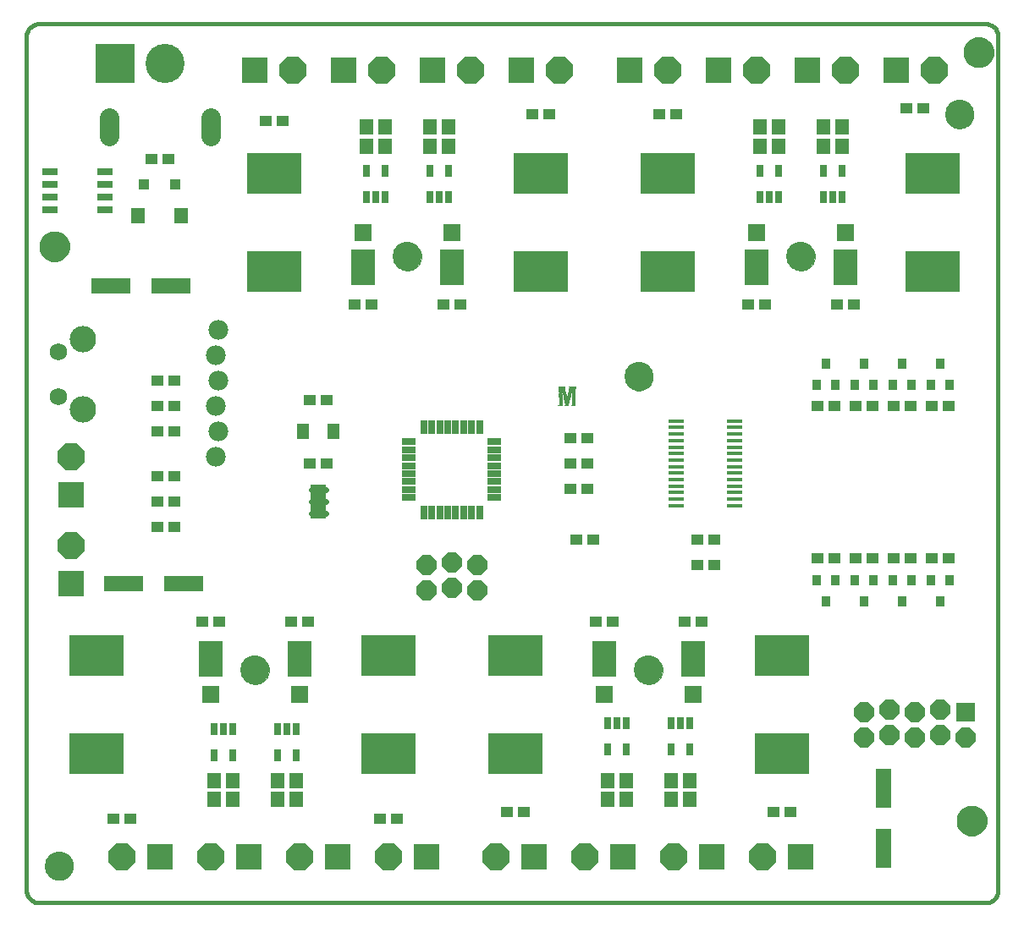
<source format=gts>
G75*
%MOIN*%
%OFA0B0*%
%FSLAX24Y24*%
%IPPOS*%
%LPD*%
%AMOC8*
5,1,8,0,0,1.08239X$1,22.5*
%
%ADD10C,0.0160*%
%ADD11C,0.0000*%
%ADD12C,0.1142*%
%ADD13C,0.0217*%
%ADD14R,0.0604X0.1376*%
%ADD15R,0.0540X0.0260*%
%ADD16R,0.0260X0.0540*%
%ADD17R,0.0473X0.0434*%
%ADD18OC8,0.0780*%
%ADD19C,0.0500*%
%ADD20C,0.0434*%
%ADD21C,0.0780*%
%ADD22R,0.0257X0.0512*%
%ADD23R,0.0552X0.0631*%
%ADD24R,0.2166X0.1615*%
%ADD25R,0.0946X0.1418*%
%ADD26R,0.0650X0.0709*%
%ADD27OC8,0.1040*%
%ADD28R,0.1040X0.1040*%
%ADD29R,0.0780X0.0780*%
%ADD30C,0.0680*%
%ADD31C,0.1040*%
%ADD32R,0.0003X0.0003*%
%ADD33R,0.0029X0.0003*%
%ADD34R,0.0003X0.0003*%
%ADD35R,0.0044X0.0003*%
%ADD36R,0.0148X0.0003*%
%ADD37R,0.0112X0.0003*%
%ADD38R,0.0138X0.0003*%
%ADD39R,0.0159X0.0003*%
%ADD40R,0.0127X0.0003*%
%ADD41R,0.0159X0.0003*%
%ADD42R,0.0122X0.0003*%
%ADD43R,0.0156X0.0003*%
%ADD44R,0.0161X0.0003*%
%ADD45R,0.0161X0.0003*%
%ADD46R,0.0130X0.0003*%
%ADD47R,0.0161X0.0003*%
%ADD48R,0.0133X0.0003*%
%ADD49R,0.0164X0.0003*%
%ADD50R,0.0133X0.0003*%
%ADD51R,0.0135X0.0003*%
%ADD52R,0.0164X0.0003*%
%ADD53R,0.0138X0.0003*%
%ADD54R,0.0143X0.0003*%
%ADD55R,0.0140X0.0003*%
%ADD56R,0.0161X0.0003*%
%ADD57R,0.0164X0.0003*%
%ADD58R,0.0146X0.0003*%
%ADD59R,0.0146X0.0003*%
%ADD60R,0.0148X0.0003*%
%ADD61R,0.0164X0.0003*%
%ADD62R,0.0151X0.0003*%
%ADD63R,0.0153X0.0003*%
%ADD64R,0.0151X0.0003*%
%ADD65R,0.0153X0.0003*%
%ADD66R,0.0153X0.0003*%
%ADD67R,0.0156X0.0003*%
%ADD68R,0.0156X0.0003*%
%ADD69R,0.0166X0.0003*%
%ADD70R,0.0166X0.0003*%
%ADD71R,0.0169X0.0003*%
%ADD72R,0.0172X0.0003*%
%ADD73R,0.0174X0.0003*%
%ADD74R,0.0169X0.0003*%
%ADD75R,0.0179X0.0003*%
%ADD76R,0.0179X0.0003*%
%ADD77R,0.0185X0.0003*%
%ADD78R,0.0182X0.0003*%
%ADD79R,0.0185X0.0003*%
%ADD80R,0.0190X0.0003*%
%ADD81R,0.0192X0.0003*%
%ADD82R,0.0195X0.0003*%
%ADD83R,0.0198X0.0003*%
%ADD84R,0.0200X0.0003*%
%ADD85R,0.0203X0.0003*%
%ADD86R,0.0200X0.0003*%
%ADD87R,0.0203X0.0003*%
%ADD88R,0.0205X0.0003*%
%ADD89R,0.0205X0.0003*%
%ADD90R,0.0208X0.0003*%
%ADD91R,0.0208X0.0003*%
%ADD92R,0.0211X0.0003*%
%ADD93R,0.0213X0.0003*%
%ADD94R,0.0213X0.0003*%
%ADD95R,0.0216X0.0003*%
%ADD96R,0.0216X0.0003*%
%ADD97R,0.0218X0.0003*%
%ADD98R,0.0221X0.0003*%
%ADD99R,0.0221X0.0003*%
%ADD100R,0.0221X0.0003*%
%ADD101R,0.0224X0.0003*%
%ADD102R,0.0226X0.0003*%
%ADD103R,0.0226X0.0003*%
%ADD104R,0.0231X0.0003*%
%ADD105R,0.0229X0.0003*%
%ADD106R,0.0231X0.0003*%
%ADD107R,0.0234X0.0003*%
%ADD108R,0.0237X0.0003*%
%ADD109R,0.0239X0.0003*%
%ADD110R,0.0156X0.0003*%
%ADD111R,0.0242X0.0003*%
%ADD112R,0.0239X0.0003*%
%ADD113R,0.0242X0.0003*%
%ADD114R,0.0244X0.0003*%
%ADD115R,0.0244X0.0003*%
%ADD116R,0.0247X0.0003*%
%ADD117R,0.0250X0.0003*%
%ADD118R,0.0250X0.0003*%
%ADD119R,0.0252X0.0003*%
%ADD120R,0.0153X0.0003*%
%ADD121R,0.0252X0.0003*%
%ADD122R,0.0255X0.0003*%
%ADD123R,0.0255X0.0003*%
%ADD124R,0.0257X0.0003*%
%ADD125R,0.0257X0.0003*%
%ADD126R,0.0260X0.0003*%
%ADD127R,0.0260X0.0003*%
%ADD128R,0.0263X0.0003*%
%ADD129R,0.0265X0.0003*%
%ADD130R,0.0265X0.0003*%
%ADD131R,0.0268X0.0003*%
%ADD132R,0.0133X0.0003*%
%ADD133R,0.0127X0.0003*%
%ADD134R,0.0130X0.0003*%
%ADD135R,0.0127X0.0003*%
%ADD136R,0.0127X0.0003*%
%ADD137R,0.0125X0.0003*%
%ADD138R,0.0125X0.0003*%
%ADD139R,0.0125X0.0003*%
%ADD140R,0.0122X0.0003*%
%ADD141R,0.0125X0.0003*%
%ADD142R,0.0133X0.0003*%
%ADD143R,0.0296X0.0003*%
%ADD144R,0.0296X0.0003*%
%ADD145R,0.0294X0.0003*%
%ADD146R,0.0296X0.0003*%
%ADD147R,0.0294X0.0003*%
%ADD148R,0.0294X0.0003*%
%ADD149R,0.0294X0.0003*%
%ADD150R,0.0291X0.0003*%
%ADD151R,0.0291X0.0003*%
%ADD152R,0.0289X0.0003*%
%ADD153R,0.0289X0.0003*%
%ADD154R,0.0286X0.0003*%
%ADD155R,0.0286X0.0003*%
%ADD156R,0.0286X0.0003*%
%ADD157R,0.0286X0.0003*%
%ADD158R,0.0283X0.0003*%
%ADD159R,0.0283X0.0003*%
%ADD160R,0.0281X0.0003*%
%ADD161R,0.0278X0.0003*%
%ADD162R,0.0281X0.0003*%
%ADD163R,0.0278X0.0003*%
%ADD164R,0.0278X0.0003*%
%ADD165R,0.0276X0.0003*%
%ADD166R,0.0278X0.0003*%
%ADD167R,0.0276X0.0003*%
%ADD168R,0.0273X0.0003*%
%ADD169R,0.0273X0.0003*%
%ADD170R,0.0273X0.0003*%
%ADD171R,0.0273X0.0003*%
%ADD172R,0.0270X0.0003*%
%ADD173R,0.0270X0.0003*%
%ADD174R,0.0268X0.0003*%
%ADD175R,0.0268X0.0003*%
%ADD176R,0.0263X0.0003*%
%ADD177R,0.0263X0.0003*%
%ADD178R,0.0263X0.0003*%
%ADD179R,0.0265X0.0003*%
%ADD180R,0.0255X0.0003*%
%ADD181R,0.0257X0.0003*%
%ADD182R,0.0247X0.0003*%
%ADD183R,0.0244X0.0003*%
%ADD184R,0.0237X0.0003*%
%ADD185R,0.0237X0.0003*%
%ADD186R,0.0003X0.0003*%
%ADD187R,0.0003X0.0003*%
%ADD188R,0.0190X0.0003*%
%ADD189R,0.0620X0.0180*%
%ADD190R,0.0355X0.0394*%
%ADD191R,0.1536X0.0591*%
%ADD192R,0.0591X0.1536*%
%ADD193R,0.0512X0.0591*%
%ADD194R,0.1540X0.1540*%
%ADD195C,0.1540*%
%ADD196R,0.0394X0.0414*%
%ADD197R,0.0640X0.0280*%
%ADD198C,0.0780*%
%ADD199R,0.0540X0.0619*%
D10*
X008367Y005257D02*
X008367Y038903D01*
X008369Y038947D01*
X008375Y038990D01*
X008384Y039032D01*
X008397Y039074D01*
X008414Y039114D01*
X008434Y039153D01*
X008457Y039190D01*
X008484Y039224D01*
X008513Y039257D01*
X008546Y039286D01*
X008580Y039313D01*
X008617Y039336D01*
X008656Y039356D01*
X008696Y039373D01*
X008738Y039386D01*
X008780Y039395D01*
X008823Y039401D01*
X008867Y039403D01*
X046135Y039403D01*
X046179Y039401D01*
X046222Y039395D01*
X046264Y039386D01*
X046306Y039373D01*
X046346Y039356D01*
X046385Y039336D01*
X046422Y039313D01*
X046456Y039286D01*
X046489Y039257D01*
X046518Y039224D01*
X046545Y039190D01*
X046568Y039153D01*
X046588Y039114D01*
X046605Y039074D01*
X046618Y039032D01*
X046627Y038990D01*
X046633Y038947D01*
X046635Y038903D01*
X046635Y005257D01*
X046633Y005213D01*
X046627Y005170D01*
X046618Y005128D01*
X046605Y005086D01*
X046588Y005046D01*
X046568Y005007D01*
X046545Y004970D01*
X046518Y004936D01*
X046489Y004903D01*
X046456Y004874D01*
X046422Y004847D01*
X046385Y004824D01*
X046346Y004804D01*
X046306Y004787D01*
X046264Y004774D01*
X046222Y004765D01*
X046179Y004759D01*
X046135Y004757D01*
X008867Y004757D01*
X008823Y004759D01*
X008780Y004765D01*
X008738Y004774D01*
X008696Y004787D01*
X008656Y004804D01*
X008617Y004824D01*
X008580Y004847D01*
X008546Y004874D01*
X008513Y004903D01*
X008484Y004936D01*
X008457Y004970D01*
X008434Y005007D01*
X008414Y005046D01*
X008397Y005086D01*
X008384Y005128D01*
X008375Y005170D01*
X008369Y005213D01*
X008367Y005257D01*
D11*
X009101Y006212D02*
X009103Y006259D01*
X009109Y006305D01*
X009119Y006351D01*
X009132Y006396D01*
X009150Y006439D01*
X009171Y006481D01*
X009195Y006521D01*
X009223Y006558D01*
X009254Y006593D01*
X009288Y006626D01*
X009324Y006655D01*
X009363Y006681D01*
X009404Y006704D01*
X009447Y006723D01*
X009491Y006739D01*
X009536Y006751D01*
X009582Y006759D01*
X009629Y006763D01*
X009675Y006763D01*
X009722Y006759D01*
X009768Y006751D01*
X009813Y006739D01*
X009857Y006723D01*
X009900Y006704D01*
X009941Y006681D01*
X009980Y006655D01*
X010016Y006626D01*
X010050Y006593D01*
X010081Y006558D01*
X010109Y006521D01*
X010133Y006481D01*
X010154Y006439D01*
X010172Y006396D01*
X010185Y006351D01*
X010195Y006305D01*
X010201Y006259D01*
X010203Y006212D01*
X010201Y006165D01*
X010195Y006119D01*
X010185Y006073D01*
X010172Y006028D01*
X010154Y005985D01*
X010133Y005943D01*
X010109Y005903D01*
X010081Y005866D01*
X010050Y005831D01*
X010016Y005798D01*
X009980Y005769D01*
X009941Y005743D01*
X009900Y005720D01*
X009857Y005701D01*
X009813Y005685D01*
X009768Y005673D01*
X009722Y005665D01*
X009675Y005661D01*
X009629Y005661D01*
X009582Y005665D01*
X009536Y005673D01*
X009491Y005685D01*
X009447Y005701D01*
X009404Y005720D01*
X009363Y005743D01*
X009324Y005769D01*
X009288Y005798D01*
X009254Y005831D01*
X009223Y005866D01*
X009195Y005903D01*
X009171Y005943D01*
X009150Y005985D01*
X009132Y006028D01*
X009119Y006073D01*
X009109Y006119D01*
X009103Y006165D01*
X009101Y006212D01*
X016816Y013932D02*
X016818Y013979D01*
X016824Y014025D01*
X016834Y014071D01*
X016847Y014116D01*
X016865Y014159D01*
X016886Y014201D01*
X016910Y014241D01*
X016938Y014278D01*
X016969Y014313D01*
X017003Y014346D01*
X017039Y014375D01*
X017078Y014401D01*
X017119Y014424D01*
X017162Y014443D01*
X017206Y014459D01*
X017251Y014471D01*
X017297Y014479D01*
X017344Y014483D01*
X017390Y014483D01*
X017437Y014479D01*
X017483Y014471D01*
X017528Y014459D01*
X017572Y014443D01*
X017615Y014424D01*
X017656Y014401D01*
X017695Y014375D01*
X017731Y014346D01*
X017765Y014313D01*
X017796Y014278D01*
X017824Y014241D01*
X017848Y014201D01*
X017869Y014159D01*
X017887Y014116D01*
X017900Y014071D01*
X017910Y014025D01*
X017916Y013979D01*
X017918Y013932D01*
X017916Y013885D01*
X017910Y013839D01*
X017900Y013793D01*
X017887Y013748D01*
X017869Y013705D01*
X017848Y013663D01*
X017824Y013623D01*
X017796Y013586D01*
X017765Y013551D01*
X017731Y013518D01*
X017695Y013489D01*
X017656Y013463D01*
X017615Y013440D01*
X017572Y013421D01*
X017528Y013405D01*
X017483Y013393D01*
X017437Y013385D01*
X017390Y013381D01*
X017344Y013381D01*
X017297Y013385D01*
X017251Y013393D01*
X017206Y013405D01*
X017162Y013421D01*
X017119Y013440D01*
X017078Y013463D01*
X017039Y013489D01*
X017003Y013518D01*
X016969Y013551D01*
X016938Y013586D01*
X016910Y013623D01*
X016886Y013663D01*
X016865Y013705D01*
X016847Y013748D01*
X016834Y013793D01*
X016824Y013839D01*
X016818Y013885D01*
X016816Y013932D01*
X031936Y025502D02*
X031938Y025549D01*
X031944Y025595D01*
X031954Y025641D01*
X031967Y025686D01*
X031985Y025729D01*
X032006Y025771D01*
X032030Y025811D01*
X032058Y025848D01*
X032089Y025883D01*
X032123Y025916D01*
X032159Y025945D01*
X032198Y025971D01*
X032239Y025994D01*
X032282Y026013D01*
X032326Y026029D01*
X032371Y026041D01*
X032417Y026049D01*
X032464Y026053D01*
X032510Y026053D01*
X032557Y026049D01*
X032603Y026041D01*
X032648Y026029D01*
X032692Y026013D01*
X032735Y025994D01*
X032776Y025971D01*
X032815Y025945D01*
X032851Y025916D01*
X032885Y025883D01*
X032916Y025848D01*
X032944Y025811D01*
X032968Y025771D01*
X032989Y025729D01*
X033007Y025686D01*
X033020Y025641D01*
X033030Y025595D01*
X033036Y025549D01*
X033038Y025502D01*
X033036Y025455D01*
X033030Y025409D01*
X033020Y025363D01*
X033007Y025318D01*
X032989Y025275D01*
X032968Y025233D01*
X032944Y025193D01*
X032916Y025156D01*
X032885Y025121D01*
X032851Y025088D01*
X032815Y025059D01*
X032776Y025033D01*
X032735Y025010D01*
X032692Y024991D01*
X032648Y024975D01*
X032603Y024963D01*
X032557Y024955D01*
X032510Y024951D01*
X032464Y024951D01*
X032417Y024955D01*
X032371Y024963D01*
X032326Y024975D01*
X032282Y024991D01*
X032239Y025010D01*
X032198Y025033D01*
X032159Y025059D01*
X032123Y025088D01*
X032089Y025121D01*
X032058Y025156D01*
X032030Y025193D01*
X032006Y025233D01*
X031985Y025275D01*
X031967Y025318D01*
X031954Y025363D01*
X031944Y025409D01*
X031938Y025455D01*
X031936Y025502D01*
X038316Y030232D02*
X038318Y030279D01*
X038324Y030325D01*
X038334Y030371D01*
X038347Y030416D01*
X038365Y030459D01*
X038386Y030501D01*
X038410Y030541D01*
X038438Y030578D01*
X038469Y030613D01*
X038503Y030646D01*
X038539Y030675D01*
X038578Y030701D01*
X038619Y030724D01*
X038662Y030743D01*
X038706Y030759D01*
X038751Y030771D01*
X038797Y030779D01*
X038844Y030783D01*
X038890Y030783D01*
X038937Y030779D01*
X038983Y030771D01*
X039028Y030759D01*
X039072Y030743D01*
X039115Y030724D01*
X039156Y030701D01*
X039195Y030675D01*
X039231Y030646D01*
X039265Y030613D01*
X039296Y030578D01*
X039324Y030541D01*
X039348Y030501D01*
X039369Y030459D01*
X039387Y030416D01*
X039400Y030371D01*
X039410Y030325D01*
X039416Y030279D01*
X039418Y030232D01*
X039416Y030185D01*
X039410Y030139D01*
X039400Y030093D01*
X039387Y030048D01*
X039369Y030005D01*
X039348Y029963D01*
X039324Y029923D01*
X039296Y029886D01*
X039265Y029851D01*
X039231Y029818D01*
X039195Y029789D01*
X039156Y029763D01*
X039115Y029740D01*
X039072Y029721D01*
X039028Y029705D01*
X038983Y029693D01*
X038937Y029685D01*
X038890Y029681D01*
X038844Y029681D01*
X038797Y029685D01*
X038751Y029693D01*
X038706Y029705D01*
X038662Y029721D01*
X038619Y029740D01*
X038578Y029763D01*
X038539Y029789D01*
X038503Y029818D01*
X038469Y029851D01*
X038438Y029886D01*
X038410Y029923D01*
X038386Y029963D01*
X038365Y030005D01*
X038347Y030048D01*
X038334Y030093D01*
X038324Y030139D01*
X038318Y030185D01*
X038316Y030232D01*
X044566Y035832D02*
X044568Y035879D01*
X044574Y035925D01*
X044584Y035971D01*
X044597Y036016D01*
X044615Y036059D01*
X044636Y036101D01*
X044660Y036141D01*
X044688Y036178D01*
X044719Y036213D01*
X044753Y036246D01*
X044789Y036275D01*
X044828Y036301D01*
X044869Y036324D01*
X044912Y036343D01*
X044956Y036359D01*
X045001Y036371D01*
X045047Y036379D01*
X045094Y036383D01*
X045140Y036383D01*
X045187Y036379D01*
X045233Y036371D01*
X045278Y036359D01*
X045322Y036343D01*
X045365Y036324D01*
X045406Y036301D01*
X045445Y036275D01*
X045481Y036246D01*
X045515Y036213D01*
X045546Y036178D01*
X045574Y036141D01*
X045598Y036101D01*
X045619Y036059D01*
X045637Y036016D01*
X045650Y035971D01*
X045660Y035925D01*
X045666Y035879D01*
X045668Y035832D01*
X045666Y035785D01*
X045660Y035739D01*
X045650Y035693D01*
X045637Y035648D01*
X045619Y035605D01*
X045598Y035563D01*
X045574Y035523D01*
X045546Y035486D01*
X045515Y035451D01*
X045481Y035418D01*
X045445Y035389D01*
X045406Y035363D01*
X045365Y035340D01*
X045322Y035321D01*
X045278Y035305D01*
X045233Y035293D01*
X045187Y035285D01*
X045140Y035281D01*
X045094Y035281D01*
X045047Y035285D01*
X045001Y035293D01*
X044956Y035305D01*
X044912Y035321D01*
X044869Y035340D01*
X044828Y035363D01*
X044789Y035389D01*
X044753Y035418D01*
X044719Y035451D01*
X044688Y035486D01*
X044660Y035523D01*
X044636Y035563D01*
X044615Y035605D01*
X044597Y035648D01*
X044584Y035693D01*
X044574Y035739D01*
X044568Y035785D01*
X044566Y035832D01*
X022816Y030232D02*
X022818Y030279D01*
X022824Y030325D01*
X022834Y030371D01*
X022847Y030416D01*
X022865Y030459D01*
X022886Y030501D01*
X022910Y030541D01*
X022938Y030578D01*
X022969Y030613D01*
X023003Y030646D01*
X023039Y030675D01*
X023078Y030701D01*
X023119Y030724D01*
X023162Y030743D01*
X023206Y030759D01*
X023251Y030771D01*
X023297Y030779D01*
X023344Y030783D01*
X023390Y030783D01*
X023437Y030779D01*
X023483Y030771D01*
X023528Y030759D01*
X023572Y030743D01*
X023615Y030724D01*
X023656Y030701D01*
X023695Y030675D01*
X023731Y030646D01*
X023765Y030613D01*
X023796Y030578D01*
X023824Y030541D01*
X023848Y030501D01*
X023869Y030459D01*
X023887Y030416D01*
X023900Y030371D01*
X023910Y030325D01*
X023916Y030279D01*
X023918Y030232D01*
X023916Y030185D01*
X023910Y030139D01*
X023900Y030093D01*
X023887Y030048D01*
X023869Y030005D01*
X023848Y029963D01*
X023824Y029923D01*
X023796Y029886D01*
X023765Y029851D01*
X023731Y029818D01*
X023695Y029789D01*
X023656Y029763D01*
X023615Y029740D01*
X023572Y029721D01*
X023528Y029705D01*
X023483Y029693D01*
X023437Y029685D01*
X023390Y029681D01*
X023344Y029681D01*
X023297Y029685D01*
X023251Y029693D01*
X023206Y029705D01*
X023162Y029721D01*
X023119Y029740D01*
X023078Y029763D01*
X023039Y029789D01*
X023003Y029818D01*
X022969Y029851D01*
X022938Y029886D01*
X022910Y029923D01*
X022886Y029963D01*
X022865Y030005D01*
X022847Y030048D01*
X022834Y030093D01*
X022824Y030139D01*
X022818Y030185D01*
X022816Y030232D01*
X032316Y013932D02*
X032318Y013979D01*
X032324Y014025D01*
X032334Y014071D01*
X032347Y014116D01*
X032365Y014159D01*
X032386Y014201D01*
X032410Y014241D01*
X032438Y014278D01*
X032469Y014313D01*
X032503Y014346D01*
X032539Y014375D01*
X032578Y014401D01*
X032619Y014424D01*
X032662Y014443D01*
X032706Y014459D01*
X032751Y014471D01*
X032797Y014479D01*
X032844Y014483D01*
X032890Y014483D01*
X032937Y014479D01*
X032983Y014471D01*
X033028Y014459D01*
X033072Y014443D01*
X033115Y014424D01*
X033156Y014401D01*
X033195Y014375D01*
X033231Y014346D01*
X033265Y014313D01*
X033296Y014278D01*
X033324Y014241D01*
X033348Y014201D01*
X033369Y014159D01*
X033387Y014116D01*
X033400Y014071D01*
X033410Y014025D01*
X033416Y013979D01*
X033418Y013932D01*
X033416Y013885D01*
X033410Y013839D01*
X033400Y013793D01*
X033387Y013748D01*
X033369Y013705D01*
X033348Y013663D01*
X033324Y013623D01*
X033296Y013586D01*
X033265Y013551D01*
X033231Y013518D01*
X033195Y013489D01*
X033156Y013463D01*
X033115Y013440D01*
X033072Y013421D01*
X033028Y013405D01*
X032983Y013393D01*
X032937Y013385D01*
X032890Y013381D01*
X032844Y013381D01*
X032797Y013385D01*
X032751Y013393D01*
X032706Y013405D01*
X032662Y013421D01*
X032619Y013440D01*
X032578Y013463D01*
X032539Y013489D01*
X032503Y013518D01*
X032469Y013551D01*
X032438Y013586D01*
X032410Y013623D01*
X032386Y013663D01*
X032365Y013705D01*
X032347Y013748D01*
X032334Y013793D01*
X032324Y013839D01*
X032318Y013885D01*
X032316Y013932D01*
D12*
X032867Y013932D03*
X032487Y025502D03*
X038867Y030232D03*
X045117Y035832D03*
X023367Y030232D03*
X017367Y013932D03*
X009652Y006212D03*
D13*
X019580Y020109D02*
X019580Y020109D01*
X020154Y020109D01*
X020154Y020109D01*
X019580Y020109D01*
X019580Y020582D02*
X019580Y020582D01*
X020154Y020582D01*
X020154Y020582D01*
X019580Y020582D01*
X019580Y021054D02*
X019580Y021054D01*
X020154Y021054D01*
X020154Y021054D01*
X019580Y021054D01*
D14*
X019866Y020583D03*
D15*
X023427Y020729D03*
X023427Y021044D03*
X023427Y021359D03*
X023427Y021674D03*
X023427Y021989D03*
X023427Y022304D03*
X023427Y022619D03*
X023427Y022934D03*
X026807Y022934D03*
X026807Y022619D03*
X026807Y022304D03*
X026807Y021989D03*
X026807Y021674D03*
X026807Y021359D03*
X026807Y021044D03*
X026807Y020729D03*
D16*
X026219Y020142D03*
X025904Y020142D03*
X025589Y020142D03*
X025274Y020142D03*
X024959Y020142D03*
X024644Y020142D03*
X024329Y020142D03*
X024015Y020142D03*
X024015Y023522D03*
X024329Y023522D03*
X024644Y023522D03*
X024959Y023522D03*
X025274Y023522D03*
X025589Y023522D03*
X025904Y023522D03*
X026219Y023522D03*
D17*
X029782Y023082D03*
X030452Y023082D03*
X030452Y022082D03*
X029782Y022082D03*
X029782Y021082D03*
X030452Y021082D03*
X030702Y019082D03*
X030032Y019082D03*
X030782Y015832D03*
X031452Y015832D03*
X034282Y015832D03*
X034952Y015832D03*
X034782Y018082D03*
X035452Y018082D03*
X035452Y019082D03*
X034782Y019082D03*
X039532Y018332D03*
X040202Y018332D03*
X041032Y018332D03*
X041702Y018332D03*
X042532Y018332D03*
X043202Y018332D03*
X044032Y018332D03*
X044702Y018332D03*
X044702Y024332D03*
X044032Y024332D03*
X043202Y024332D03*
X042532Y024332D03*
X041702Y024332D03*
X041032Y024332D03*
X040202Y024332D03*
X039532Y024332D03*
X040282Y028332D03*
X040952Y028332D03*
X037452Y028332D03*
X036782Y028332D03*
X033952Y035832D03*
X033282Y035832D03*
X028952Y035832D03*
X028282Y035832D03*
X025452Y028332D03*
X024782Y028332D03*
X021952Y028332D03*
X021282Y028332D03*
X020202Y024582D03*
X019532Y024582D03*
X019532Y022082D03*
X020202Y022082D03*
X014202Y021582D03*
X013532Y021582D03*
X013532Y020582D03*
X014202Y020582D03*
X014202Y019582D03*
X013532Y019582D03*
X013532Y023332D03*
X014202Y023332D03*
X014202Y024332D03*
X013532Y024332D03*
X013532Y025332D03*
X014202Y025332D03*
X013952Y034082D03*
X013282Y034082D03*
X017782Y035582D03*
X018452Y035582D03*
X018782Y015832D03*
X019452Y015832D03*
X015952Y015832D03*
X015282Y015832D03*
X012452Y008082D03*
X011782Y008082D03*
X022282Y008082D03*
X022952Y008082D03*
X027282Y008332D03*
X027952Y008332D03*
X037782Y008332D03*
X038452Y008332D03*
X043032Y036082D03*
X043702Y036082D03*
D18*
X025117Y018182D03*
X026117Y018082D03*
X026117Y017082D03*
X025117Y017182D03*
X024117Y017082D03*
X024117Y018082D03*
X041367Y012282D03*
X041367Y011282D03*
X042367Y011382D03*
X043367Y011282D03*
X043367Y012282D03*
X044367Y012382D03*
X044367Y011382D03*
X045367Y011282D03*
X042367Y012382D03*
D19*
X045243Y007999D02*
X045245Y008036D01*
X045251Y008073D01*
X045260Y008108D01*
X045274Y008143D01*
X045290Y008176D01*
X045311Y008207D01*
X045334Y008236D01*
X045360Y008262D01*
X045389Y008285D01*
X045420Y008306D01*
X045453Y008322D01*
X045488Y008336D01*
X045523Y008345D01*
X045560Y008351D01*
X045597Y008353D01*
X045634Y008351D01*
X045671Y008345D01*
X045706Y008336D01*
X045741Y008322D01*
X045774Y008306D01*
X045805Y008285D01*
X045834Y008262D01*
X045860Y008236D01*
X045883Y008207D01*
X045904Y008176D01*
X045920Y008143D01*
X045934Y008108D01*
X045943Y008073D01*
X045949Y008036D01*
X045951Y007999D01*
X045949Y007962D01*
X045943Y007925D01*
X045934Y007890D01*
X045920Y007855D01*
X045904Y007822D01*
X045883Y007791D01*
X045860Y007762D01*
X045834Y007736D01*
X045805Y007713D01*
X045774Y007692D01*
X045741Y007676D01*
X045706Y007662D01*
X045671Y007653D01*
X045634Y007647D01*
X045597Y007645D01*
X045560Y007647D01*
X045523Y007653D01*
X045488Y007662D01*
X045453Y007676D01*
X045420Y007692D01*
X045389Y007713D01*
X045360Y007736D01*
X045334Y007762D01*
X045311Y007791D01*
X045290Y007822D01*
X045274Y007855D01*
X045260Y007890D01*
X045251Y007925D01*
X045245Y007962D01*
X045243Y007999D01*
X045513Y038282D02*
X045515Y038319D01*
X045521Y038356D01*
X045530Y038391D01*
X045544Y038426D01*
X045560Y038459D01*
X045581Y038490D01*
X045604Y038519D01*
X045630Y038545D01*
X045659Y038568D01*
X045690Y038589D01*
X045723Y038605D01*
X045758Y038619D01*
X045793Y038628D01*
X045830Y038634D01*
X045867Y038636D01*
X045904Y038634D01*
X045941Y038628D01*
X045976Y038619D01*
X046011Y038605D01*
X046044Y038589D01*
X046075Y038568D01*
X046104Y038545D01*
X046130Y038519D01*
X046153Y038490D01*
X046174Y038459D01*
X046190Y038426D01*
X046204Y038391D01*
X046213Y038356D01*
X046219Y038319D01*
X046221Y038282D01*
X046219Y038245D01*
X046213Y038208D01*
X046204Y038173D01*
X046190Y038138D01*
X046174Y038105D01*
X046153Y038074D01*
X046130Y038045D01*
X046104Y038019D01*
X046075Y037996D01*
X046044Y037975D01*
X046011Y037959D01*
X045976Y037945D01*
X045941Y037936D01*
X045904Y037930D01*
X045867Y037928D01*
X045830Y037930D01*
X045793Y037936D01*
X045758Y037945D01*
X045723Y037959D01*
X045690Y037975D01*
X045659Y037996D01*
X045630Y038019D01*
X045604Y038045D01*
X045581Y038074D01*
X045560Y038105D01*
X045544Y038138D01*
X045530Y038173D01*
X045521Y038208D01*
X045515Y038245D01*
X045513Y038282D01*
X009113Y030632D02*
X009115Y030669D01*
X009121Y030706D01*
X009130Y030741D01*
X009144Y030776D01*
X009160Y030809D01*
X009181Y030840D01*
X009204Y030869D01*
X009230Y030895D01*
X009259Y030918D01*
X009290Y030939D01*
X009323Y030955D01*
X009358Y030969D01*
X009393Y030978D01*
X009430Y030984D01*
X009467Y030986D01*
X009504Y030984D01*
X009541Y030978D01*
X009576Y030969D01*
X009611Y030955D01*
X009644Y030939D01*
X009675Y030918D01*
X009704Y030895D01*
X009730Y030869D01*
X009753Y030840D01*
X009774Y030809D01*
X009790Y030776D01*
X009804Y030741D01*
X009813Y030706D01*
X009819Y030669D01*
X009821Y030632D01*
X009819Y030595D01*
X009813Y030558D01*
X009804Y030523D01*
X009790Y030488D01*
X009774Y030455D01*
X009753Y030424D01*
X009730Y030395D01*
X009704Y030369D01*
X009675Y030346D01*
X009644Y030325D01*
X009611Y030309D01*
X009576Y030295D01*
X009541Y030286D01*
X009504Y030280D01*
X009467Y030278D01*
X009430Y030280D01*
X009393Y030286D01*
X009358Y030295D01*
X009323Y030309D01*
X009290Y030325D01*
X009259Y030346D01*
X009230Y030369D01*
X009204Y030395D01*
X009181Y030424D01*
X009160Y030455D01*
X009144Y030488D01*
X009130Y030523D01*
X009121Y030558D01*
X009115Y030595D01*
X009113Y030632D01*
D20*
X009467Y030632D03*
X045597Y007999D03*
X045867Y038282D03*
D21*
X015917Y027332D03*
X015817Y026332D03*
X015917Y025332D03*
X015817Y024332D03*
X015917Y023332D03*
X015817Y022332D03*
D22*
X021743Y032570D03*
X022117Y032570D03*
X022491Y032570D03*
X022491Y033594D03*
X021743Y033594D03*
X024243Y033594D03*
X024991Y033594D03*
X024991Y032570D03*
X024617Y032570D03*
X024243Y032570D03*
X037243Y032570D03*
X037617Y032570D03*
X037991Y032570D03*
X037991Y033594D03*
X037243Y033594D03*
X039743Y033594D03*
X040491Y033594D03*
X040491Y032570D03*
X040117Y032570D03*
X039743Y032570D03*
X034491Y011844D03*
X034117Y011844D03*
X033743Y011844D03*
X033743Y010820D03*
X034491Y010820D03*
X031991Y010820D03*
X031243Y010820D03*
X031243Y011844D03*
X031617Y011844D03*
X031991Y011844D03*
X018991Y011594D03*
X018617Y011594D03*
X018243Y011594D03*
X018243Y010570D03*
X018991Y010570D03*
X016491Y010570D03*
X015743Y010570D03*
X015743Y011594D03*
X016117Y011594D03*
X016491Y011594D03*
D23*
X016491Y009582D03*
X015743Y009582D03*
X015743Y008832D03*
X016491Y008832D03*
X018243Y008832D03*
X018991Y008832D03*
X018991Y009582D03*
X018243Y009582D03*
X031243Y009582D03*
X031991Y009582D03*
X031991Y008832D03*
X031243Y008832D03*
X033743Y008832D03*
X034491Y008832D03*
X034491Y009582D03*
X033743Y009582D03*
X037243Y034582D03*
X037991Y034582D03*
X037991Y035332D03*
X037243Y035332D03*
X039743Y035332D03*
X040491Y035332D03*
X040491Y034582D03*
X039743Y034582D03*
X024991Y034582D03*
X024243Y034582D03*
X024243Y035332D03*
X024991Y035332D03*
X022491Y035332D03*
X021743Y035332D03*
X021743Y034582D03*
X022491Y034582D03*
D24*
X018117Y033511D03*
X018117Y029653D03*
X028617Y029653D03*
X028617Y033511D03*
X033617Y033511D03*
X033617Y029653D03*
X044067Y029653D03*
X044067Y033511D03*
X038117Y014511D03*
X038117Y010653D03*
X027617Y010653D03*
X027617Y014511D03*
X022617Y014511D03*
X022617Y010653D03*
X011117Y010653D03*
X011117Y014511D03*
D25*
X015617Y014363D03*
X019117Y014363D03*
X031117Y014363D03*
X034617Y014363D03*
X037117Y029800D03*
X040617Y029800D03*
X025117Y029800D03*
X021617Y029800D03*
D26*
X021617Y031178D03*
X025117Y031178D03*
X037117Y031178D03*
X040617Y031178D03*
X034617Y012985D03*
X031117Y012985D03*
X019117Y012985D03*
X015617Y012985D03*
D27*
X010117Y018832D03*
X010117Y022332D03*
X018867Y037582D03*
X022367Y037582D03*
X025867Y037582D03*
X029367Y037582D03*
X033617Y037582D03*
X037117Y037582D03*
X040617Y037582D03*
X044117Y037582D03*
X037367Y006582D03*
X033867Y006582D03*
X030367Y006582D03*
X026867Y006582D03*
X022617Y006582D03*
X019117Y006582D03*
X015617Y006582D03*
X012117Y006582D03*
D28*
X013617Y006582D03*
X017117Y006582D03*
X020617Y006582D03*
X024117Y006582D03*
X028367Y006582D03*
X031867Y006582D03*
X035367Y006582D03*
X038867Y006582D03*
X010117Y017332D03*
X010117Y020832D03*
X017367Y037582D03*
X020867Y037582D03*
X024367Y037582D03*
X027867Y037582D03*
X032117Y037582D03*
X035617Y037582D03*
X039117Y037582D03*
X042617Y037582D03*
D29*
X045367Y012282D03*
D30*
X009627Y024692D03*
X009627Y026472D03*
D31*
X010607Y026962D03*
X010607Y024202D03*
D32*
X029337Y024337D03*
X029350Y024334D03*
X029386Y024334D03*
X029391Y024334D03*
X029448Y024334D03*
X029459Y024334D03*
X029464Y024334D03*
X029469Y024334D03*
X029474Y024334D03*
X029480Y024334D03*
X029607Y024337D03*
X029625Y024334D03*
X029636Y024334D03*
X029641Y024334D03*
X029646Y024334D03*
X029651Y024334D03*
X029662Y024334D03*
X029672Y024334D03*
X029682Y024334D03*
X029688Y024334D03*
X029693Y024334D03*
X029698Y024334D03*
X029708Y024334D03*
X029719Y024334D03*
X029724Y024334D03*
X029864Y024334D03*
X029870Y024334D03*
X029875Y024334D03*
X029885Y024334D03*
X029896Y024334D03*
X029901Y024334D03*
X029906Y024334D03*
X029911Y024334D03*
X029922Y024334D03*
X029932Y024334D03*
X029942Y024334D03*
X029948Y024334D03*
X029953Y024334D03*
X029958Y024334D03*
X029968Y024334D03*
X029979Y024334D03*
X029984Y024334D03*
X029997Y024337D03*
X029968Y025078D03*
X029849Y025078D03*
X029838Y025078D03*
X029828Y025078D03*
X029823Y025078D03*
X029818Y025078D03*
X029812Y025078D03*
X029766Y025073D03*
X029532Y025078D03*
X029521Y025078D03*
X029516Y025078D03*
X029511Y025078D03*
X029506Y025078D03*
D33*
X029368Y024334D03*
D34*
X029396Y024334D03*
X029454Y024334D03*
X029612Y024337D03*
X029630Y024334D03*
X029656Y024334D03*
X029667Y024334D03*
X029677Y024334D03*
X029703Y024334D03*
X029714Y024334D03*
X029851Y024337D03*
X029880Y024334D03*
X029890Y024334D03*
X029916Y024334D03*
X029927Y024334D03*
X029937Y024334D03*
X029963Y024334D03*
X029974Y024334D03*
X029844Y025078D03*
X029833Y025078D03*
X029807Y025078D03*
X029537Y025078D03*
X029526Y025078D03*
X029500Y025078D03*
D35*
X029422Y024334D03*
D36*
X029415Y024337D03*
X029669Y024384D03*
X029669Y024389D03*
D37*
X029672Y024337D03*
D38*
X029669Y024363D03*
X029924Y024337D03*
D39*
X029922Y024339D03*
X029924Y024456D03*
X029924Y024467D03*
X029924Y024477D03*
X029924Y024482D03*
X029924Y024488D03*
X029924Y024493D03*
X029924Y024503D03*
X029924Y024514D03*
X029924Y024519D03*
X029924Y024524D03*
X029924Y024529D03*
X029924Y024534D03*
X029924Y024540D03*
X029924Y024550D03*
X029924Y024560D03*
X029924Y024566D03*
X029927Y024568D03*
X029924Y024571D03*
X029927Y024579D03*
X029927Y024584D03*
X029927Y024589D03*
X029927Y024594D03*
X029927Y024599D03*
X029927Y024605D03*
X029927Y024615D03*
X029927Y024625D03*
X029927Y024631D03*
X029927Y024636D03*
X029927Y024641D03*
X029927Y024651D03*
X029927Y024662D03*
X029669Y024420D03*
X029669Y024410D03*
X029415Y024410D03*
X029415Y024404D03*
X029415Y024399D03*
X029415Y024394D03*
X029415Y024389D03*
X029415Y024384D03*
X029415Y024373D03*
X029415Y024363D03*
X029415Y024358D03*
X029415Y024352D03*
X029415Y024347D03*
X029415Y024339D03*
X029415Y024420D03*
X029415Y024430D03*
X029415Y024436D03*
X029415Y024441D03*
X029415Y024446D03*
X029415Y024456D03*
X029415Y024467D03*
X029415Y024477D03*
X029415Y024482D03*
X029412Y024485D03*
X029415Y024488D03*
X029415Y024493D03*
X029415Y024503D03*
X029415Y024514D03*
X029415Y024519D03*
X029415Y024524D03*
X029415Y024529D03*
X029415Y024534D03*
X029412Y024568D03*
X029412Y024571D03*
X029412Y024576D03*
X029412Y024579D03*
X029412Y024584D03*
X029412Y024586D03*
X029412Y024589D03*
X029412Y024594D03*
X029412Y024599D03*
X029412Y024605D03*
X029412Y024615D03*
X029412Y024625D03*
X029412Y024631D03*
X029412Y024633D03*
X029412Y024636D03*
X029412Y024641D03*
X029412Y024649D03*
X029412Y024651D03*
X029412Y024654D03*
X029412Y024662D03*
D40*
X029591Y024701D03*
X029591Y024706D03*
X029584Y024745D03*
X029584Y024748D03*
X029750Y024729D03*
X029750Y024724D03*
X029750Y024719D03*
X029742Y024690D03*
X029742Y024683D03*
X029742Y024680D03*
X029760Y024771D03*
X029768Y024800D03*
X029667Y024345D03*
X029667Y024339D03*
D41*
X029669Y024415D03*
X029415Y024415D03*
X029415Y024425D03*
X029415Y024451D03*
X029415Y024462D03*
X029415Y024472D03*
X029412Y024480D03*
X029412Y024490D03*
X029415Y024498D03*
X029415Y024508D03*
X029412Y024563D03*
X029412Y024573D03*
X029412Y024581D03*
X029412Y024610D03*
X029412Y024620D03*
X029412Y024628D03*
X029412Y024638D03*
X029412Y024646D03*
X029412Y024657D03*
X029412Y024667D03*
X029415Y024378D03*
X029415Y024368D03*
X029415Y024342D03*
X029924Y024451D03*
X029924Y024462D03*
X029924Y024472D03*
X029924Y024498D03*
X029924Y024508D03*
X029924Y024545D03*
X029924Y024555D03*
X029927Y024563D03*
X029927Y024573D03*
X029927Y024610D03*
X029927Y024620D03*
X029927Y024646D03*
X029927Y024657D03*
X029927Y024667D03*
D42*
X029667Y024342D03*
D43*
X029923Y024342D03*
X029411Y024592D03*
X029411Y024602D03*
X029411Y024675D03*
X029411Y024685D03*
X029411Y024722D03*
X029411Y024732D03*
X029411Y024758D03*
D44*
X029413Y024644D03*
X029413Y024566D03*
X029413Y024560D03*
X029413Y024558D03*
X029413Y024553D03*
X029413Y024550D03*
X029413Y024547D03*
X029413Y024542D03*
X029413Y024540D03*
X029413Y024501D03*
X029413Y024495D03*
X029413Y024475D03*
X029413Y024469D03*
X029416Y024371D03*
X029416Y024365D03*
X029416Y024355D03*
X029416Y024345D03*
X029668Y024412D03*
X029668Y024417D03*
X029926Y024532D03*
X029926Y024542D03*
X029926Y024547D03*
X029926Y024553D03*
X029926Y024558D03*
D45*
X029923Y024446D03*
X029923Y024441D03*
X029923Y024436D03*
X029923Y024430D03*
X029923Y024420D03*
X029923Y024410D03*
X029923Y024404D03*
X029923Y024399D03*
X029923Y024394D03*
X029923Y024389D03*
X029923Y024384D03*
X029923Y024373D03*
X029923Y024363D03*
X029923Y024358D03*
X029923Y024352D03*
X029923Y024347D03*
X029923Y024345D03*
D46*
X029668Y024347D03*
X029738Y024672D03*
X029744Y024688D03*
X029746Y024709D03*
X029749Y024714D03*
X029772Y024813D03*
X029577Y024781D03*
X029577Y024774D03*
X029580Y024766D03*
X029582Y024755D03*
X029585Y024735D03*
X029588Y024729D03*
X029590Y024709D03*
X029595Y024683D03*
X029598Y024677D03*
X029575Y024792D03*
X029575Y024794D03*
X029572Y024802D03*
X029569Y024813D03*
X029567Y024818D03*
X029567Y024820D03*
D47*
X029413Y024555D03*
X029413Y024545D03*
X029416Y024360D03*
X029416Y024350D03*
X029668Y024425D03*
X029926Y024527D03*
X029926Y024537D03*
D48*
X029669Y024350D03*
X029568Y024815D03*
X029773Y024823D03*
D49*
X029924Y024516D03*
X029924Y024490D03*
X029924Y024480D03*
X029924Y024443D03*
X029924Y024433D03*
X029924Y024407D03*
X029924Y024397D03*
X029924Y024386D03*
X029924Y024360D03*
X029924Y024350D03*
D50*
X029667Y024352D03*
X029768Y024802D03*
D51*
X029777Y024828D03*
X029564Y024828D03*
X029668Y024358D03*
X029668Y024355D03*
D52*
X029669Y024423D03*
X029669Y024428D03*
X029924Y024428D03*
X029924Y024423D03*
X029924Y024417D03*
X029924Y024412D03*
X029924Y024402D03*
X029924Y024391D03*
X029924Y024381D03*
X029924Y024376D03*
X029924Y024371D03*
X029924Y024365D03*
X029924Y024355D03*
X029924Y024438D03*
X029924Y024449D03*
X029924Y024454D03*
X029924Y024459D03*
X029924Y024464D03*
X029924Y024469D03*
X029924Y024475D03*
X029924Y024485D03*
X029924Y024495D03*
X029924Y024501D03*
X029924Y024506D03*
X029924Y024511D03*
X029924Y024521D03*
D53*
X029667Y024360D03*
D54*
X029669Y024365D03*
X029669Y024371D03*
X029667Y024373D03*
D55*
X029668Y024368D03*
D56*
X029923Y024368D03*
X029923Y024378D03*
X029923Y024415D03*
X029923Y024425D03*
D57*
X029415Y024423D03*
X029415Y024428D03*
X029415Y024438D03*
X029415Y024449D03*
X029415Y024454D03*
X029415Y024459D03*
X029415Y024464D03*
X029415Y024506D03*
X029415Y024511D03*
X029415Y024521D03*
X029415Y024532D03*
X029415Y024417D03*
X029415Y024412D03*
X029415Y024402D03*
X029415Y024391D03*
X029415Y024381D03*
X029415Y024376D03*
D58*
X029668Y024376D03*
D59*
X029668Y024378D03*
D60*
X029667Y024381D03*
D61*
X029415Y024386D03*
X029415Y024397D03*
X029415Y024407D03*
X029415Y024433D03*
X029415Y024443D03*
X029415Y024516D03*
X029415Y024527D03*
X029415Y024537D03*
D62*
X029408Y024805D03*
X029408Y024815D03*
X029668Y024386D03*
D63*
X029669Y024391D03*
X029409Y024683D03*
X029409Y024688D03*
X029409Y024690D03*
X029409Y024696D03*
X029409Y024698D03*
X029409Y024701D03*
X029409Y024706D03*
X029409Y024709D03*
X029409Y024714D03*
X029409Y024716D03*
X029409Y024719D03*
X029409Y024724D03*
X029409Y024729D03*
X029409Y024735D03*
X029409Y024745D03*
X029409Y024755D03*
X029409Y024761D03*
X029409Y024766D03*
X029409Y024771D03*
X029409Y024774D03*
X029409Y024779D03*
X029409Y024781D03*
X029409Y024792D03*
X029409Y024802D03*
X029409Y024807D03*
X029409Y024813D03*
X029409Y024818D03*
X029409Y024820D03*
X029929Y024802D03*
X029929Y024792D03*
X029929Y024781D03*
X029929Y024771D03*
X029929Y024766D03*
X029929Y024761D03*
X029929Y024755D03*
X029929Y024745D03*
X029929Y024735D03*
X029929Y024729D03*
X029929Y024724D03*
D64*
X029668Y024394D03*
X029408Y024784D03*
X029408Y024789D03*
X029408Y024794D03*
X029408Y024800D03*
X029408Y024810D03*
D65*
X029409Y024797D03*
X029409Y024787D03*
X029409Y024776D03*
X029409Y024768D03*
X029409Y024750D03*
X029409Y024740D03*
X029409Y024711D03*
X029409Y024703D03*
X029409Y024693D03*
X029409Y024823D03*
X029669Y024397D03*
X029929Y024740D03*
X029929Y024750D03*
X029929Y024776D03*
X029929Y024787D03*
X029929Y024797D03*
D66*
X029927Y024742D03*
X029927Y024737D03*
X029927Y024727D03*
X029927Y024716D03*
X029927Y024706D03*
X029927Y024701D03*
X029927Y024696D03*
X029927Y024690D03*
X029927Y024680D03*
X029927Y024670D03*
X029927Y024664D03*
X029927Y024659D03*
X029927Y024654D03*
X029927Y024649D03*
X029927Y024644D03*
X029927Y024633D03*
X029927Y024623D03*
X029927Y024618D03*
X029927Y024612D03*
X029667Y024399D03*
D67*
X029668Y024402D03*
X029668Y024404D03*
X029926Y024576D03*
X029926Y024586D03*
X029926Y024597D03*
X029926Y024607D03*
X029928Y024672D03*
X029928Y024677D03*
X029928Y024683D03*
X029928Y024688D03*
X029928Y024698D03*
X029928Y024709D03*
X029928Y024714D03*
X029928Y024719D03*
X029928Y024748D03*
X029928Y024753D03*
X029928Y024763D03*
X029928Y024774D03*
X029928Y024779D03*
X029928Y024784D03*
X029928Y024789D03*
X029928Y024794D03*
X029928Y024800D03*
X029928Y024807D03*
X029928Y024810D03*
X029928Y024813D03*
X029928Y024818D03*
X029928Y024820D03*
X029928Y024826D03*
X029928Y024828D03*
D68*
X029928Y024823D03*
X029928Y024815D03*
X029928Y024805D03*
X029928Y024768D03*
X029928Y024758D03*
X029928Y024703D03*
X029928Y024693D03*
X029926Y024602D03*
X029926Y024592D03*
X029926Y024581D03*
X029668Y024407D03*
D69*
X029668Y024430D03*
D70*
X029668Y024433D03*
D71*
X029669Y024436D03*
X029669Y024438D03*
X029669Y024441D03*
X029669Y024446D03*
D72*
X029668Y024443D03*
D73*
X029669Y024449D03*
X029669Y024454D03*
X029669Y024456D03*
X029669Y024459D03*
D74*
X029669Y024451D03*
D75*
X029669Y024462D03*
X029669Y024472D03*
D76*
X029669Y024467D03*
X029669Y024464D03*
D77*
X029669Y024469D03*
X029669Y024475D03*
X029669Y024485D03*
D78*
X029671Y024477D03*
D79*
X029669Y024480D03*
X029459Y025075D03*
D80*
X029669Y024493D03*
X029669Y024488D03*
X029669Y024482D03*
D81*
X029668Y024490D03*
X029668Y024498D03*
D82*
X029669Y024495D03*
X029669Y024501D03*
X029669Y024503D03*
D83*
X029668Y024506D03*
D84*
X029669Y024508D03*
D85*
X029668Y024511D03*
X029668Y024519D03*
D86*
X029669Y024514D03*
D87*
X029668Y024516D03*
D88*
X029669Y024521D03*
D89*
X029667Y024524D03*
D90*
X029668Y024527D03*
D91*
X029668Y024529D03*
D92*
X029667Y024532D03*
X029669Y024534D03*
D93*
X029668Y024537D03*
D94*
X029668Y024540D03*
D95*
X029669Y024542D03*
D96*
X029667Y024545D03*
D97*
X029668Y024547D03*
X029668Y024550D03*
D98*
X029667Y024553D03*
X029667Y024558D03*
D99*
X029669Y024555D03*
D100*
X029669Y024560D03*
D101*
X029668Y024563D03*
D102*
X029667Y024566D03*
X029667Y024571D03*
D103*
X029669Y024568D03*
X029883Y025073D03*
D104*
X029669Y024581D03*
X029667Y024573D03*
D105*
X029668Y024576D03*
D106*
X029667Y024579D03*
D107*
X029668Y024584D03*
X029668Y024586D03*
X029668Y024589D03*
D108*
X029667Y024592D03*
D109*
X029668Y024594D03*
X029668Y024597D03*
X029458Y025070D03*
D110*
X029411Y024831D03*
X029411Y024828D03*
X029411Y024826D03*
X029411Y024763D03*
X029411Y024753D03*
X029411Y024748D03*
X029411Y024742D03*
X029411Y024737D03*
X029411Y024727D03*
X029411Y024680D03*
X029411Y024677D03*
X029411Y024672D03*
X029411Y024670D03*
X029411Y024664D03*
X029411Y024659D03*
X029411Y024623D03*
X029411Y024618D03*
X029411Y024612D03*
X029411Y024607D03*
X029411Y024597D03*
D111*
X029667Y024599D03*
X029667Y024605D03*
D112*
X029668Y024602D03*
D113*
X029669Y024607D03*
X029459Y025067D03*
X029880Y025067D03*
D114*
X029881Y025065D03*
X029668Y024610D03*
D115*
X029668Y024612D03*
X029881Y025062D03*
D116*
X029880Y025060D03*
X029880Y025054D03*
X029667Y024618D03*
X029669Y024615D03*
D117*
X029668Y024620D03*
D118*
X029668Y024623D03*
X029668Y024625D03*
X029460Y025049D03*
X029879Y025049D03*
D119*
X029880Y025047D03*
X029880Y025057D03*
X029877Y025028D03*
X029459Y025047D03*
X029459Y025057D03*
X029669Y024628D03*
D120*
X029927Y024628D03*
X029927Y024638D03*
X029927Y024675D03*
X029927Y024685D03*
X029927Y024711D03*
X029927Y024722D03*
X029927Y024732D03*
D121*
X029669Y024633D03*
X029667Y024631D03*
X029877Y025023D03*
X029877Y025034D03*
X029877Y025039D03*
X029877Y025044D03*
X029880Y025052D03*
X029459Y025052D03*
D122*
X029460Y025044D03*
X029460Y025041D03*
X029460Y025039D03*
X029460Y025034D03*
X029879Y025041D03*
X029668Y024636D03*
D123*
X029668Y024638D03*
X029879Y025036D03*
D124*
X029877Y025031D03*
X029877Y025026D03*
X029877Y025021D03*
X029877Y025015D03*
X029875Y025013D03*
X029875Y025008D03*
X029875Y025002D03*
X029875Y024997D03*
X029669Y024641D03*
D125*
X029667Y024644D03*
X029461Y025026D03*
X029461Y025031D03*
D126*
X029463Y025018D03*
X029874Y024992D03*
X029876Y025010D03*
X029668Y024646D03*
D127*
X029668Y024649D03*
X029668Y024651D03*
X029876Y025005D03*
X029463Y025008D03*
X029463Y025013D03*
X029463Y025021D03*
X029463Y025023D03*
D128*
X029464Y025015D03*
X029464Y025005D03*
X029464Y025002D03*
X029467Y024997D03*
X029467Y024987D03*
X029467Y024976D03*
X029669Y024659D03*
X029669Y024654D03*
X029875Y024984D03*
X029875Y024989D03*
X029875Y024995D03*
D129*
X029668Y024657D03*
D130*
X029668Y024662D03*
X029668Y024664D03*
X029871Y024966D03*
X029874Y024979D03*
D131*
X029872Y024963D03*
X029870Y024945D03*
X029669Y024667D03*
X029469Y024971D03*
D132*
X029563Y024831D03*
X029563Y024826D03*
X029571Y024807D03*
X029581Y024761D03*
X029599Y024670D03*
X029771Y024810D03*
X029773Y024818D03*
X029776Y024826D03*
D133*
X029773Y024820D03*
X029771Y024807D03*
X029766Y024792D03*
X029763Y024784D03*
X029758Y024763D03*
X029758Y024761D03*
X029755Y024755D03*
X029755Y024745D03*
X029753Y024742D03*
X029753Y024737D03*
X029753Y024735D03*
X029747Y024716D03*
X029747Y024706D03*
X029745Y024698D03*
X029740Y024677D03*
X029737Y024670D03*
X029599Y024672D03*
X029597Y024680D03*
X029594Y024688D03*
X029594Y024690D03*
X029594Y024698D03*
X029589Y024714D03*
X029589Y024719D03*
X029589Y024724D03*
X029586Y024727D03*
X029586Y024737D03*
X029586Y024742D03*
X029581Y024753D03*
X029581Y024763D03*
X029578Y024771D03*
X029576Y024779D03*
X029576Y024784D03*
X029576Y024789D03*
X029571Y024800D03*
X029571Y024810D03*
D134*
X029575Y024787D03*
X029585Y024740D03*
X029598Y024675D03*
X029772Y024815D03*
D135*
X029766Y024797D03*
X029758Y024758D03*
X029755Y024750D03*
X029753Y024740D03*
X029753Y024732D03*
X029747Y024711D03*
X029745Y024703D03*
X029745Y024693D03*
X029740Y024675D03*
X029597Y024685D03*
X029594Y024693D03*
X029589Y024722D03*
X029586Y024732D03*
X029581Y024758D03*
X029581Y024768D03*
X029578Y024776D03*
X029571Y024805D03*
D136*
X029573Y024797D03*
X029584Y024750D03*
X029591Y024711D03*
X029591Y024703D03*
X029742Y024685D03*
X029760Y024776D03*
X029768Y024805D03*
D137*
X029767Y024794D03*
X029762Y024781D03*
X029762Y024779D03*
X029759Y024766D03*
X029751Y024727D03*
X029744Y024696D03*
X029593Y024696D03*
X029590Y024716D03*
D138*
X029746Y024701D03*
X029754Y024748D03*
X029757Y024753D03*
X029764Y024789D03*
D139*
X029759Y024768D03*
X029749Y024722D03*
D140*
X029760Y024774D03*
D141*
X029764Y024787D03*
D142*
X029565Y024823D03*
D143*
X029858Y024831D03*
D144*
X029481Y024833D03*
D145*
X029859Y024833D03*
D146*
X029481Y024836D03*
D147*
X029859Y024836D03*
X029859Y024839D03*
X029859Y024844D03*
X029859Y024849D03*
D148*
X029480Y024849D03*
X029480Y024844D03*
X029480Y024839D03*
D149*
X029480Y024841D03*
D150*
X029478Y024852D03*
X029478Y024862D03*
X029861Y024852D03*
X029861Y024841D03*
D151*
X029861Y024846D03*
X029861Y024854D03*
X029861Y024857D03*
X029478Y024857D03*
X029478Y024859D03*
X029478Y024854D03*
X029478Y024846D03*
D152*
X029477Y024865D03*
X029477Y024867D03*
X029477Y024875D03*
X029862Y024865D03*
X029862Y024859D03*
D153*
X029862Y024862D03*
X029862Y024870D03*
X029477Y024870D03*
D154*
X029863Y024872D03*
X029863Y024875D03*
X029863Y024878D03*
X029863Y024883D03*
X029863Y024867D03*
D155*
X029476Y024872D03*
X029476Y024878D03*
X029476Y024883D03*
D156*
X029476Y024880D03*
D157*
X029863Y024880D03*
D158*
X029864Y024885D03*
X029864Y024891D03*
X029864Y024896D03*
X029474Y024896D03*
X029474Y024901D03*
X029474Y024891D03*
X029474Y024885D03*
D159*
X029477Y024888D03*
X029864Y024888D03*
D160*
X029866Y024893D03*
X029866Y024901D03*
X029476Y024893D03*
D161*
X029474Y024898D03*
X029867Y024917D03*
X029867Y024927D03*
D162*
X029866Y024906D03*
X029866Y024898D03*
X029473Y024906D03*
D163*
X029474Y024904D03*
X029474Y024909D03*
X029474Y024914D03*
X029864Y024909D03*
X029867Y024911D03*
X029864Y024904D03*
X029867Y024922D03*
D164*
X029472Y024922D03*
X029472Y024932D03*
X029472Y024911D03*
D165*
X029866Y024914D03*
X029868Y024932D03*
D166*
X029472Y024927D03*
X029472Y024917D03*
D167*
X029473Y024919D03*
X029471Y024937D03*
D168*
X029867Y024930D03*
X029867Y024924D03*
X029867Y024919D03*
D169*
X029870Y024937D03*
X029870Y024943D03*
X029870Y024948D03*
X029472Y024940D03*
X029469Y024943D03*
X029469Y024948D03*
X029469Y024958D03*
X029472Y024930D03*
X029472Y024924D03*
D170*
X029472Y024935D03*
X029469Y024953D03*
X029870Y024953D03*
D171*
X029867Y024935D03*
D172*
X029868Y024940D03*
X029871Y024958D03*
D173*
X029471Y024945D03*
X029468Y024963D03*
D174*
X029469Y024961D03*
X029469Y024966D03*
X029469Y024956D03*
X029469Y024950D03*
X029870Y024950D03*
X029870Y024956D03*
X029870Y024961D03*
X029872Y024969D03*
X029872Y024974D03*
D175*
X029467Y024974D03*
X029467Y024979D03*
X029467Y024984D03*
X029467Y024969D03*
D176*
X029872Y024971D03*
X029872Y024982D03*
D177*
X029872Y024987D03*
X029872Y024976D03*
D178*
X029875Y025000D03*
X029467Y024992D03*
X029464Y025000D03*
X029464Y025010D03*
X029467Y024982D03*
D179*
X029465Y024989D03*
X029465Y024995D03*
D180*
X029876Y025018D03*
D181*
X029461Y025028D03*
X029461Y025036D03*
D182*
X029459Y025054D03*
X029459Y025060D03*
X029459Y025062D03*
D183*
X029458Y025065D03*
D184*
X029880Y025070D03*
D185*
X029456Y025073D03*
D186*
X029555Y025075D03*
X029352Y025075D03*
D187*
X029357Y025075D03*
X029363Y025075D03*
X029560Y025075D03*
X029784Y025075D03*
X029789Y025075D03*
X029987Y025075D03*
D188*
X029888Y025075D03*
D189*
X033967Y023742D03*
X033967Y023492D03*
X033967Y023232D03*
X033967Y022982D03*
X033967Y022722D03*
X033967Y022462D03*
X033967Y022212D03*
X033967Y021952D03*
X033967Y021702D03*
X033967Y021442D03*
X033967Y021182D03*
X033967Y020932D03*
X033967Y020672D03*
X033967Y020422D03*
X036267Y020422D03*
X036267Y020672D03*
X036267Y020932D03*
X036267Y021182D03*
X036267Y021442D03*
X036267Y021702D03*
X036267Y021952D03*
X036267Y022212D03*
X036267Y022462D03*
X036267Y022722D03*
X036267Y022982D03*
X036267Y023232D03*
X036267Y023492D03*
X036267Y023742D03*
D190*
X039493Y025188D03*
X040241Y025188D03*
X039867Y026015D03*
X040993Y025188D03*
X041741Y025188D03*
X041367Y026015D03*
X042493Y025188D03*
X042867Y026015D03*
X043241Y025188D03*
X043993Y025188D03*
X044367Y026015D03*
X044741Y025188D03*
X044741Y017475D03*
X043993Y017475D03*
X043241Y017475D03*
X042493Y017475D03*
X041741Y017475D03*
X040993Y017475D03*
X040241Y017475D03*
X039493Y017475D03*
X039867Y016649D03*
X041367Y016649D03*
X042867Y016649D03*
X044367Y016649D03*
D191*
X014548Y017332D03*
X012186Y017332D03*
X011686Y029082D03*
X014048Y029082D03*
D192*
X042117Y009263D03*
X042117Y006901D03*
D193*
X020457Y023332D03*
X019276Y023332D03*
D194*
X011867Y037832D03*
D195*
X013835Y037832D03*
D196*
X014237Y033082D03*
X012997Y033082D03*
D197*
X011447Y033082D03*
X011447Y032582D03*
X011447Y032082D03*
X011447Y033582D03*
X009287Y033582D03*
X009287Y033082D03*
X009287Y032582D03*
X009287Y032082D03*
D198*
X011617Y034962D02*
X011617Y035702D01*
X015617Y035702D02*
X015617Y034962D01*
D199*
X014463Y031832D03*
X012770Y031832D03*
M02*

</source>
